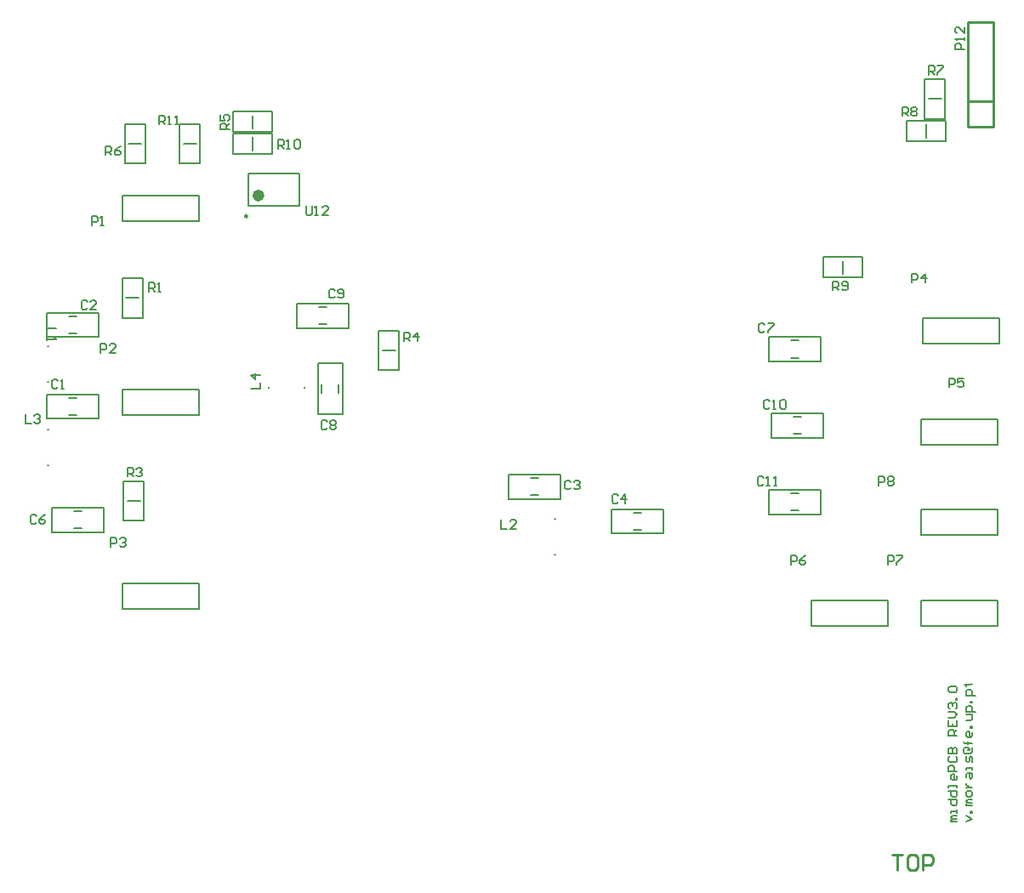
<source format=gto>
G04 Layer_Color=65535*
%FSLAX25Y25*%
%MOIN*%
G70*
G01*
G75*
%ADD42C,0.00984*%
%ADD43C,0.02362*%
%ADD44C,0.00787*%
%ADD45C,0.00500*%
%ADD46C,0.01000*%
%ADD47C,0.00700*%
D42*
X86614Y256067D02*
G03*
X86614Y256067I-492J0D01*
G01*
D43*
X92047Y264138D02*
G03*
X92047Y264138I-1181J0D01*
G01*
D44*
X86929Y260201D02*
X107008D01*
X86929Y272799D02*
X107008D01*
X86929Y260201D02*
Y272799D01*
X107008Y260201D02*
Y272799D01*
X61441Y284500D02*
X66559D01*
X88500Y281941D02*
Y287059D01*
X320000Y233441D02*
Y238559D01*
X352500Y286941D02*
Y292059D01*
X353441Y302000D02*
X358559D01*
X39941Y284500D02*
X45059D01*
X88500Y290441D02*
Y295559D01*
X139441Y203500D02*
X144559D01*
X39441Y144500D02*
X44559D01*
X38941Y224000D02*
X44059D01*
X380500Y131041D02*
Y141041D01*
X350500Y131041D02*
X380500D01*
X350500D02*
Y141041D01*
X380500D01*
Y95500D02*
Y105500D01*
X350500Y95500D02*
X380500D01*
X350500D02*
Y105500D01*
X380500D01*
X337500Y95500D02*
Y105500D01*
X307500Y95500D02*
X337500D01*
X307500D02*
Y105500D01*
X337500D01*
X350500Y166500D02*
Y176500D01*
X380500D01*
Y166500D02*
Y176500D01*
X350500Y166500D02*
X380500D01*
X381100Y206000D02*
Y216000D01*
X351100Y206000D02*
X381100D01*
X351100D02*
Y216000D01*
X381100D01*
X67500Y102100D02*
Y112100D01*
X37500Y102100D02*
X67500D01*
X37500D02*
Y112100D01*
X67500D01*
Y178050D02*
Y188050D01*
X37500Y178050D02*
X67500D01*
X37500D02*
Y188050D01*
X67500D01*
Y254000D02*
Y264000D01*
X37500Y254000D02*
X67500D01*
X37500D02*
Y264000D01*
X67500D01*
X94972Y188803D02*
Y189197D01*
X109028Y188803D02*
Y189197D01*
X8303Y172528D02*
X8697D01*
X8303Y158472D02*
X8697D01*
X206803Y137528D02*
X207197D01*
X206803Y123472D02*
X207197D01*
X8303Y205028D02*
X8697D01*
X8303Y190972D02*
X8697D01*
X299425Y140654D02*
X302575D01*
X299425Y147346D02*
X302575D01*
X300425Y170653D02*
X303575D01*
X300425Y177347D02*
X303575D01*
X114425Y220346D02*
X117575D01*
X114425Y213653D02*
X117575D01*
X115654Y186925D02*
Y190075D01*
X122346Y186925D02*
Y190075D01*
X299425Y200622D02*
X302575D01*
X299425Y207315D02*
X302575D01*
X18425Y140347D02*
X21575D01*
X18425Y133653D02*
X21575D01*
X237925Y139847D02*
X241075D01*
X237925Y133153D02*
X241075D01*
X197425Y153347D02*
X200575D01*
X197425Y146653D02*
X200575D01*
X16425Y216846D02*
X19575D01*
X16425Y210154D02*
X19575D01*
X16425Y184846D02*
X19575D01*
X16425Y178154D02*
X19575D01*
D45*
X67996Y276764D02*
Y292236D01*
X60004Y276764D02*
X67996D01*
X60004D02*
Y292236D01*
X67996D01*
X80764Y280504D02*
X96236D01*
X80764D02*
Y288496D01*
X96236D01*
Y280504D02*
Y288496D01*
X312264Y232004D02*
X327736D01*
X312264D02*
Y239996D01*
X327736D01*
Y232004D02*
Y239996D01*
X344764Y285504D02*
X360236D01*
X344764D02*
Y293496D01*
X360236D01*
Y285504D02*
Y293496D01*
X359996Y294264D02*
Y309736D01*
X352004Y294264D02*
X359996D01*
X352004D02*
Y309736D01*
X359996D01*
X46496Y276764D02*
Y292236D01*
X38504Y276764D02*
X46496D01*
X38504D02*
Y292236D01*
X46496D01*
X80764Y289004D02*
X96236D01*
X80764D02*
Y296996D01*
X96236D01*
Y289004D02*
Y296996D01*
X138004Y195764D02*
Y211236D01*
X145996D01*
Y195764D02*
Y211236D01*
X138004Y195764D02*
X145996D01*
X38004Y136764D02*
Y152236D01*
X45996D01*
Y136764D02*
Y152236D01*
X38004Y136764D02*
X45996D01*
X37504Y216264D02*
Y231736D01*
X45496D01*
Y216264D02*
Y231736D01*
X37504Y216264D02*
X45496D01*
X290902Y148784D02*
X311098D01*
X290902Y139216D02*
Y148784D01*
Y139216D02*
X311098D01*
Y148784D01*
X291902Y178784D02*
X312098D01*
X291902Y169217D02*
Y178784D01*
Y169217D02*
X312098D01*
Y178784D01*
X105902Y212216D02*
X126098D01*
Y221783D01*
X105902D02*
X126098D01*
X105902Y212216D02*
Y221783D01*
X123784Y178402D02*
Y198598D01*
X114216D02*
X123784D01*
X114216Y178402D02*
Y198598D01*
Y178402D02*
X123784D01*
X290902Y208752D02*
X311098D01*
X290902Y199185D02*
Y208752D01*
Y199185D02*
X311098D01*
Y208752D01*
X9902Y132217D02*
X30098D01*
Y141783D01*
X9902D02*
X30098D01*
X9902Y132217D02*
Y141783D01*
X229402Y131717D02*
X249598D01*
Y141284D01*
X229402D02*
X249598D01*
X229402Y131717D02*
Y141284D01*
X188902Y145217D02*
X209098D01*
Y154783D01*
X188902D02*
X209098D01*
X188902Y145217D02*
Y154783D01*
X7902Y208717D02*
X28098D01*
Y218284D01*
X7902D02*
X28098D01*
X7902Y208717D02*
Y218284D01*
Y176716D02*
X28098D01*
Y186284D01*
X7902D02*
X28098D01*
X7902Y176716D02*
Y186284D01*
D46*
X374000Y291000D02*
X379000D01*
Y301000D01*
X369000D02*
X379000D01*
X369000D02*
Y332000D01*
X379000D01*
Y301000D02*
Y332000D01*
X369000Y291000D02*
Y301000D01*
Y291000D02*
X374000D01*
X339373Y5624D02*
X343372D01*
X341373D01*
Y-374D01*
X348370Y5624D02*
X346371D01*
X345371Y4624D01*
Y626D01*
X346371Y-374D01*
X348370D01*
X349370Y626D01*
Y4624D01*
X348370Y5624D01*
X351369Y-374D02*
Y5624D01*
X354368D01*
X355368Y4624D01*
Y2625D01*
X354368Y1625D01*
X351369D01*
D47*
X364755Y18700D02*
X362422D01*
Y19283D01*
X363006Y19866D01*
X364755D01*
X363006D01*
X362422Y20449D01*
X363006Y21033D01*
X364755D01*
Y22199D02*
Y23365D01*
Y22782D01*
X362422D01*
Y22199D01*
X361256Y27447D02*
X364755D01*
Y25698D01*
X364172Y25115D01*
X363006D01*
X362422Y25698D01*
Y27447D01*
X361256Y30946D02*
X364755D01*
Y29197D01*
X364172Y28613D01*
X363006D01*
X362422Y29197D01*
Y30946D01*
X364755Y32112D02*
Y33279D01*
Y32695D01*
X361256D01*
Y32112D01*
X364755Y36777D02*
Y35611D01*
X364172Y35028D01*
X363006D01*
X362422Y35611D01*
Y36777D01*
X363006Y37361D01*
X363589D01*
Y35028D01*
X364755Y38527D02*
X361256D01*
Y40276D01*
X361839Y40859D01*
X363006D01*
X363589Y40276D01*
Y38527D01*
X361839Y44358D02*
X361256Y43775D01*
Y42609D01*
X361839Y42026D01*
X364172D01*
X364755Y42609D01*
Y43775D01*
X364172Y44358D01*
X361256Y45525D02*
X364755D01*
Y47274D01*
X364172Y47857D01*
X363589D01*
X363006Y47274D01*
Y45525D01*
Y47274D01*
X362422Y47857D01*
X361839D01*
X361256Y47274D01*
Y45525D01*
X364755Y52522D02*
X361256D01*
Y54272D01*
X361839Y54855D01*
X363006D01*
X363589Y54272D01*
Y52522D01*
Y53689D02*
X364755Y54855D01*
X361256Y58354D02*
Y56021D01*
X364755D01*
Y58354D01*
X363006Y56021D02*
Y57188D01*
X361256Y59520D02*
X363589D01*
X364755Y60686D01*
X363589Y61853D01*
X361256D01*
X361839Y63019D02*
X361256Y63602D01*
Y64768D01*
X361839Y65352D01*
X362422D01*
X363006Y64768D01*
Y64185D01*
Y64768D01*
X363589Y65352D01*
X364172D01*
X364755Y64768D01*
Y63602D01*
X364172Y63019D01*
X364755Y66518D02*
X364172D01*
Y67101D01*
X364755D01*
Y66518D01*
X361839Y69434D02*
X361256Y70017D01*
Y71183D01*
X361839Y71766D01*
X364172D01*
X364755Y71183D01*
Y70017D01*
X364172Y69434D01*
X361839D01*
X368301Y18700D02*
X370634Y19866D01*
X368301Y21033D01*
X370634Y22199D02*
X370051D01*
Y22782D01*
X370634D01*
Y22199D01*
Y25115D02*
X368301D01*
Y25698D01*
X368884Y26281D01*
X370634D01*
X368884D01*
X368301Y26864D01*
X368884Y27447D01*
X370634D01*
Y29197D02*
Y30363D01*
X370051Y30946D01*
X368884D01*
X368301Y30363D01*
Y29197D01*
X368884Y28613D01*
X370051D01*
X370634Y29197D01*
X368301Y32112D02*
X370634D01*
X369467D01*
X368884Y32695D01*
X368301Y33279D01*
Y33862D01*
Y36194D02*
Y37361D01*
X368884Y37944D01*
X370634D01*
Y36194D01*
X370051Y35611D01*
X369467Y36194D01*
Y37944D01*
X370634Y39110D02*
Y40276D01*
Y39693D01*
X368301D01*
Y39110D01*
X370634Y42026D02*
Y43775D01*
X370051Y44358D01*
X369467Y43775D01*
Y42609D01*
X368884Y42026D01*
X368301Y42609D01*
Y44358D01*
X369467Y47274D02*
X368884D01*
Y46691D01*
X369467D01*
Y47274D01*
X368884Y47857D01*
X367718D01*
X367135Y47274D01*
Y46108D01*
X367718Y45525D01*
X370051D01*
X370634Y46108D01*
Y47857D01*
Y49607D02*
X367718D01*
X368884D01*
Y49024D01*
Y50190D01*
Y49607D01*
X367718D01*
X367135Y50190D01*
X370634Y53689D02*
Y52522D01*
X370051Y51939D01*
X368884D01*
X368301Y52522D01*
Y53689D01*
X368884Y54272D01*
X369467D01*
Y51939D01*
X370634Y55438D02*
X370051D01*
Y56021D01*
X370634D01*
Y55438D01*
X368301Y58354D02*
X370051D01*
X370634Y58937D01*
Y60686D01*
X368301D01*
X371800Y61853D02*
X368301D01*
Y63602D01*
X368884Y64185D01*
X370051D01*
X370634Y63602D01*
Y61853D01*
Y65352D02*
X370051D01*
Y65935D01*
X370634D01*
Y65352D01*
X371800Y68267D02*
X368301D01*
Y70017D01*
X368884Y70600D01*
X370051D01*
X370634Y70017D01*
Y68267D01*
X367718Y72349D02*
X368301D01*
Y71766D01*
Y72932D01*
Y72349D01*
X370051D01*
X370634Y72932D01*
X367500Y321500D02*
X364001D01*
Y323249D01*
X364584Y323833D01*
X365751D01*
X366334Y323249D01*
Y321500D01*
X367500Y324999D02*
Y326165D01*
Y325582D01*
X364001D01*
X364584Y324999D01*
X367500Y330247D02*
Y327915D01*
X365167Y330247D01*
X364584D01*
X364001Y329664D01*
Y328498D01*
X364584Y327915D01*
X353500Y311500D02*
Y314999D01*
X355249D01*
X355833Y314416D01*
Y313249D01*
X355249Y312666D01*
X353500D01*
X354666D02*
X355833Y311500D01*
X356999Y314999D02*
X359331D01*
Y314416D01*
X356999Y312083D01*
Y311500D01*
X343191Y295307D02*
Y298806D01*
X344940D01*
X345524Y298223D01*
Y297057D01*
X344940Y296473D01*
X343191D01*
X344357D02*
X345524Y295307D01*
X346690Y298223D02*
X347273Y298806D01*
X348439D01*
X349022Y298223D01*
Y297640D01*
X348439Y297057D01*
X349022Y296473D01*
Y295890D01*
X348439Y295307D01*
X347273D01*
X346690Y295890D01*
Y296473D01*
X347273Y297057D01*
X346690Y297640D01*
Y298223D01*
X347273Y297057D02*
X348439D01*
X288833Y153416D02*
X288249Y153999D01*
X287083D01*
X286500Y153416D01*
Y151083D01*
X287083Y150500D01*
X288249D01*
X288833Y151083D01*
X289999Y150500D02*
X291165D01*
X290582D01*
Y153999D01*
X289999Y153416D01*
X292915Y150500D02*
X294081D01*
X293498D01*
Y153999D01*
X292915Y153416D01*
X291333Y183416D02*
X290749Y183999D01*
X289583D01*
X289000Y183416D01*
Y181083D01*
X289583Y180500D01*
X290749D01*
X291333Y181083D01*
X292499Y180500D02*
X293665D01*
X293082D01*
Y183999D01*
X292499Y183416D01*
X295415D02*
X295998Y183999D01*
X297164D01*
X297747Y183416D01*
Y181083D01*
X297164Y180500D01*
X295998D01*
X295415Y181083D01*
Y183416D01*
X289333Y213416D02*
X288749Y213999D01*
X287583D01*
X287000Y213416D01*
Y211083D01*
X287583Y210500D01*
X288749D01*
X289333Y211083D01*
X290499Y213999D02*
X292831D01*
Y213416D01*
X290499Y211083D01*
Y210500D01*
X231833Y146416D02*
X231249Y146999D01*
X230083D01*
X229500Y146416D01*
Y144083D01*
X230083Y143500D01*
X231249D01*
X231833Y144083D01*
X234748Y143500D02*
Y146999D01*
X232999Y145249D01*
X235331D01*
X213333Y151916D02*
X212749Y152499D01*
X211583D01*
X211000Y151916D01*
Y149583D01*
X211583Y149000D01*
X212749D01*
X213333Y149583D01*
X214499Y151916D02*
X215082Y152499D01*
X216248D01*
X216831Y151916D01*
Y151333D01*
X216248Y150749D01*
X215665D01*
X216248D01*
X216831Y150166D01*
Y149583D01*
X216248Y149000D01*
X215082D01*
X214499Y149583D01*
X186000Y136999D02*
Y133500D01*
X188333D01*
X191831D02*
X189499D01*
X191831Y135833D01*
Y136416D01*
X191248Y136999D01*
X190082D01*
X189499Y136416D01*
X120833Y226916D02*
X120249Y227499D01*
X119083D01*
X118500Y226916D01*
Y224583D01*
X119083Y224000D01*
X120249D01*
X120833Y224583D01*
X121999D02*
X122582Y224000D01*
X123748D01*
X124331Y224583D01*
Y226916D01*
X123748Y227499D01*
X122582D01*
X121999Y226916D01*
Y226333D01*
X122582Y225749D01*
X124331D01*
X148000Y207000D02*
Y210499D01*
X149749D01*
X150333Y209916D01*
Y208749D01*
X149749Y208166D01*
X148000D01*
X149166D02*
X150333Y207000D01*
X153248D02*
Y210499D01*
X151499Y208749D01*
X153831D01*
X117833Y175416D02*
X117249Y175999D01*
X116083D01*
X115500Y175416D01*
Y173083D01*
X116083Y172500D01*
X117249D01*
X117833Y173083D01*
X118999Y175416D02*
X119582Y175999D01*
X120748D01*
X121331Y175416D01*
Y174833D01*
X120748Y174249D01*
X121331Y173666D01*
Y173083D01*
X120748Y172500D01*
X119582D01*
X118999Y173083D01*
Y173666D01*
X119582Y174249D01*
X118999Y174833D01*
Y175416D01*
X119582Y174249D02*
X120748D01*
X88001Y188500D02*
X91500D01*
Y190833D01*
Y193748D02*
X88001D01*
X89751Y191999D01*
Y194331D01*
X39500Y154000D02*
Y157499D01*
X41249D01*
X41833Y156916D01*
Y155749D01*
X41249Y155166D01*
X39500D01*
X40666D02*
X41833Y154000D01*
X42999Y156916D02*
X43582Y157499D01*
X44748D01*
X45331Y156916D01*
Y156333D01*
X44748Y155749D01*
X44165D01*
X44748D01*
X45331Y155166D01*
Y154583D01*
X44748Y154000D01*
X43582D01*
X42999Y154583D01*
X3833Y138416D02*
X3249Y138999D01*
X2083D01*
X1500Y138416D01*
Y136083D01*
X2083Y135500D01*
X3249D01*
X3833Y136083D01*
X7331Y138999D02*
X6165Y138416D01*
X4999Y137249D01*
Y136083D01*
X5582Y135500D01*
X6748D01*
X7331Y136083D01*
Y136666D01*
X6748Y137249D01*
X4999D01*
X12333Y191467D02*
X11749Y192050D01*
X10583D01*
X10000Y191467D01*
Y189134D01*
X10583Y188551D01*
X11749D01*
X12333Y189134D01*
X13499Y188551D02*
X14665D01*
X14082D01*
Y192050D01*
X13499Y191467D01*
X-500Y178448D02*
Y174949D01*
X1833D01*
X2999Y177865D02*
X3582Y178448D01*
X4748D01*
X5331Y177865D01*
Y177281D01*
X4748Y176698D01*
X4165D01*
X4748D01*
X5331Y176115D01*
Y175532D01*
X4748Y174949D01*
X3582D01*
X2999Y175532D01*
X23833Y222416D02*
X23249Y222999D01*
X22083D01*
X21500Y222416D01*
Y220083D01*
X22083Y219500D01*
X23249D01*
X23833Y220083D01*
X27332Y219500D02*
X24999D01*
X27332Y221833D01*
Y222416D01*
X26748Y222999D01*
X25582D01*
X24999Y222416D01*
X48000Y226500D02*
Y229999D01*
X49749D01*
X50333Y229416D01*
Y228249D01*
X49749Y227666D01*
X48000D01*
X49166D02*
X50333Y226500D01*
X51499D02*
X52665D01*
X52082D01*
Y229999D01*
X51499Y229416D01*
X52000Y292000D02*
Y295499D01*
X53749D01*
X54333Y294916D01*
Y293749D01*
X53749Y293166D01*
X52000D01*
X53166D02*
X54333Y292000D01*
X55499D02*
X56665D01*
X56082D01*
Y295499D01*
X55499Y294916D01*
X58415Y292000D02*
X59581D01*
X58998D01*
Y295499D01*
X58415Y294916D01*
X31000Y280000D02*
Y283499D01*
X32749D01*
X33333Y282916D01*
Y281749D01*
X32749Y281166D01*
X31000D01*
X32166D02*
X33333Y280000D01*
X36832Y283499D02*
X35665Y282916D01*
X34499Y281749D01*
Y280583D01*
X35082Y280000D01*
X36248D01*
X36832Y280583D01*
Y281166D01*
X36248Y281749D01*
X34499D01*
X347000Y230000D02*
Y233499D01*
X348749D01*
X349333Y232916D01*
Y231749D01*
X348749Y231166D01*
X347000D01*
X352248Y230000D02*
Y233499D01*
X350499Y231749D01*
X352831D01*
X33000Y126500D02*
Y129999D01*
X34749D01*
X35333Y129416D01*
Y128250D01*
X34749Y127666D01*
X33000D01*
X36499Y129416D02*
X37082Y129999D01*
X38248D01*
X38831Y129416D01*
Y128833D01*
X38248Y128250D01*
X37665D01*
X38248D01*
X38831Y127666D01*
Y127083D01*
X38248Y126500D01*
X37082D01*
X36499Y127083D01*
X29000Y202500D02*
Y205999D01*
X30749D01*
X31333Y205416D01*
Y204249D01*
X30749Y203666D01*
X29000D01*
X34832Y202500D02*
X32499D01*
X34832Y204833D01*
Y205416D01*
X34248Y205999D01*
X33082D01*
X32499Y205416D01*
X25500Y252500D02*
Y255999D01*
X27249D01*
X27833Y255416D01*
Y254249D01*
X27249Y253666D01*
X25500D01*
X28999Y252500D02*
X30165D01*
X29582D01*
Y255999D01*
X28999Y255416D01*
X361500Y189000D02*
Y192499D01*
X363249D01*
X363833Y191916D01*
Y190749D01*
X363249Y190166D01*
X361500D01*
X367331Y192499D02*
X364999D01*
Y190749D01*
X366165Y191333D01*
X366748D01*
X367331Y190749D01*
Y189583D01*
X366748Y189000D01*
X365582D01*
X364999Y189583D01*
X337500Y119500D02*
Y122999D01*
X339249D01*
X339833Y122416D01*
Y121249D01*
X339249Y120666D01*
X337500D01*
X340999Y122999D02*
X343331D01*
Y122416D01*
X340999Y120083D01*
Y119500D01*
X334000Y150500D02*
Y153999D01*
X335749D01*
X336333Y153416D01*
Y152249D01*
X335749Y151666D01*
X334000D01*
X337499Y153416D02*
X338082Y153999D01*
X339248D01*
X339831Y153416D01*
Y152833D01*
X339248Y152249D01*
X339831Y151666D01*
Y151083D01*
X339248Y150500D01*
X338082D01*
X337499Y151083D01*
Y151666D01*
X338082Y152249D01*
X337499Y152833D01*
Y153416D01*
X338082Y152249D02*
X339248D01*
X299500Y119500D02*
Y122999D01*
X301249D01*
X301833Y122416D01*
Y121249D01*
X301249Y120666D01*
X299500D01*
X305331Y122999D02*
X304165Y122416D01*
X302999Y121249D01*
Y120083D01*
X303582Y119500D01*
X304748D01*
X305331Y120083D01*
Y120666D01*
X304748Y121249D01*
X302999D01*
X109468Y259999D02*
Y257083D01*
X110052Y256500D01*
X111218D01*
X111801Y257083D01*
Y259999D01*
X112967Y256500D02*
X114134D01*
X113550D01*
Y259999D01*
X112967Y259416D01*
X118216Y256500D02*
X115883D01*
X118216Y258833D01*
Y259416D01*
X117632Y259999D01*
X116466D01*
X115883Y259416D01*
X11499Y212000D02*
X8000D01*
Y209667D01*
Y208501D02*
Y207335D01*
Y207918D01*
X11499D01*
X10916Y208501D01*
X79500Y290000D02*
X76001D01*
Y291749D01*
X76584Y292333D01*
X77751D01*
X78334Y291749D01*
Y290000D01*
Y291166D02*
X79500Y292333D01*
X76001Y295831D02*
Y293499D01*
X77751D01*
X77167Y294665D01*
Y295248D01*
X77751Y295831D01*
X78917D01*
X79500Y295248D01*
Y294082D01*
X78917Y293499D01*
X98500Y282500D02*
Y285999D01*
X100249D01*
X100833Y285416D01*
Y284249D01*
X100249Y283666D01*
X98500D01*
X99666D02*
X100833Y282500D01*
X101999D02*
X103165D01*
X102582D01*
Y285999D01*
X101999Y285416D01*
X104915D02*
X105498Y285999D01*
X106664D01*
X107247Y285416D01*
Y283083D01*
X106664Y282500D01*
X105498D01*
X104915Y283083D01*
Y285416D01*
X316000Y227000D02*
Y230499D01*
X317749D01*
X318333Y229916D01*
Y228749D01*
X317749Y228166D01*
X316000D01*
X317166D02*
X318333Y227000D01*
X319499Y227583D02*
X320082Y227000D01*
X321248D01*
X321831Y227583D01*
Y229916D01*
X321248Y230499D01*
X320082D01*
X319499Y229916D01*
Y229333D01*
X320082Y228749D01*
X321831D01*
M02*

</source>
